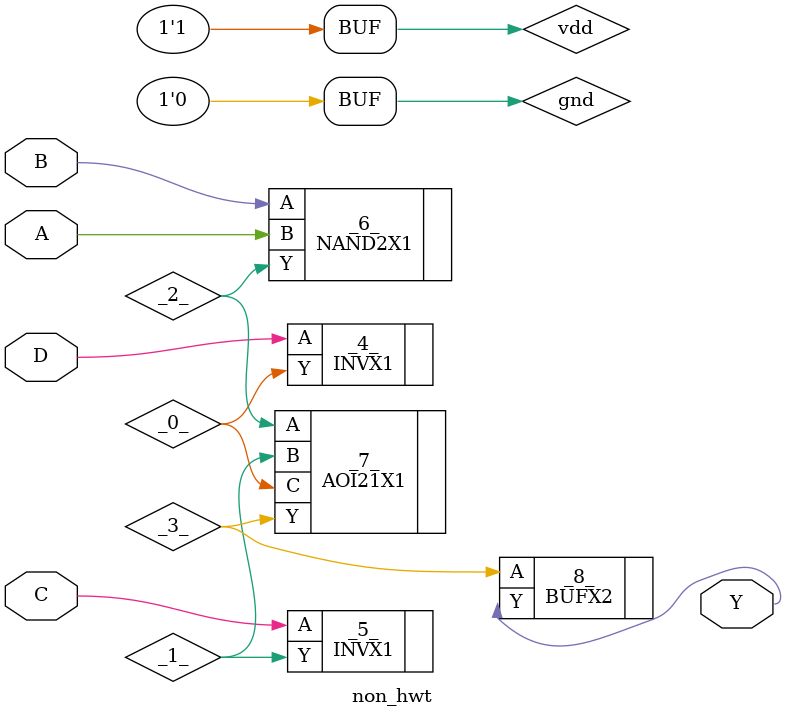
<source format=v>
/* Verilog module written by vlog2Verilog (qflow) */

module non_hwt(
    input A,
    input B,
    input C,
    input D,
    output Y
);

wire vdd = 1'b1;
wire gnd = 1'b0;

wire A ;
wire B ;
wire C ;
wire D ;
wire Y ;
wire _1_ ;
wire _3_ ;
wire _0_ ;
wire _2_ ;

AOI21X1 _7_ (
    .A(_2_),
    .B(_1_),
    .C(_0_),
    .Y(_3_)
);

INVX1 _4_ (
    .A(D),
    .Y(_0_)
);

NAND2X1 _6_ (
    .A(B),
    .B(A),
    .Y(_2_)
);

BUFX2 _8_ (
    .A(_3_),
    .Y(Y)
);

INVX1 _5_ (
    .A(C),
    .Y(_1_)
);

endmodule

</source>
